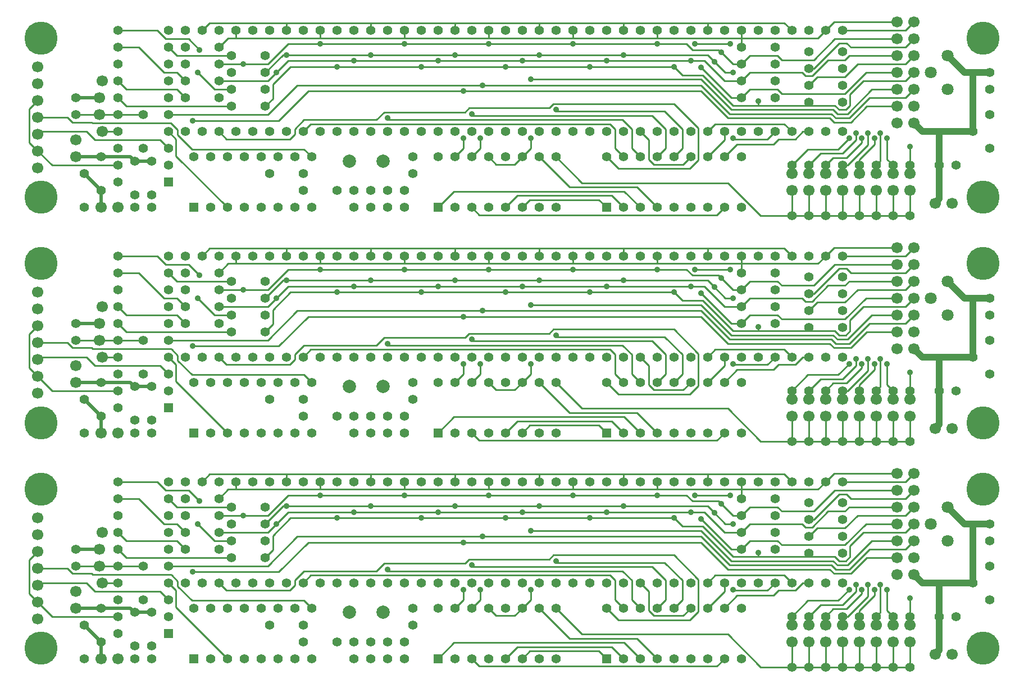
<source format=gbl>
G04 (created by PCBNEW (2013-07-07 BZR 4022)-stable) date 21/01/2014 23:36:14*
%MOIN*%
G04 Gerber Fmt 3.4, Leading zero omitted, Abs format*
%FSLAX34Y34*%
G01*
G70*
G90*
G04 APERTURE LIST*
%ADD10C,0.00590551*%
%ADD11C,0.19685*%
%ADD12C,0.0787*%
%ADD13C,0.0551181*%
%ADD14C,0.0669*%
%ADD15R,0.055X0.055*%
%ADD16C,0.055*%
%ADD17C,0.0708661*%
%ADD18C,0.035*%
%ADD19C,0.019685*%
%ADD20C,0.0393701*%
%ADD21C,0.01*%
G04 APERTURE END LIST*
G54D10*
G54D11*
X40944Y-67716D03*
X40944Y-77165D03*
X96850Y-67716D03*
X96850Y-77165D03*
G54D12*
X59250Y-75021D03*
X61250Y-75021D03*
G54D13*
X54500Y-73271D03*
X55500Y-73271D03*
X56500Y-73271D03*
X57500Y-73271D03*
X58500Y-73271D03*
X58500Y-67271D03*
X57500Y-67271D03*
X56500Y-67271D03*
X55500Y-67271D03*
X54500Y-67271D03*
X49500Y-73271D03*
X50500Y-73271D03*
X51500Y-73271D03*
X52500Y-73271D03*
X53500Y-73271D03*
X53500Y-67271D03*
X52500Y-67271D03*
X51500Y-67271D03*
X50500Y-67271D03*
X49500Y-67271D03*
X59500Y-73271D03*
X60500Y-73271D03*
X61500Y-73271D03*
X62500Y-73271D03*
X63500Y-73271D03*
X63500Y-67271D03*
X62500Y-67271D03*
X61500Y-67271D03*
X60500Y-67271D03*
X59500Y-67271D03*
X84500Y-73271D03*
X85500Y-73271D03*
X86500Y-73271D03*
X87500Y-73271D03*
X88500Y-73271D03*
X88500Y-67271D03*
X87500Y-67271D03*
X86500Y-67271D03*
X85500Y-67271D03*
X84500Y-67271D03*
X79500Y-73271D03*
X80500Y-73271D03*
X81500Y-73271D03*
X82500Y-73271D03*
X83500Y-73271D03*
X83500Y-67271D03*
X82500Y-67271D03*
X81500Y-67271D03*
X80500Y-67271D03*
X79500Y-67271D03*
X74500Y-73271D03*
X75500Y-73271D03*
X76500Y-73271D03*
X77500Y-73271D03*
X78500Y-73271D03*
X78500Y-67271D03*
X77500Y-67271D03*
X76500Y-67271D03*
X75500Y-67271D03*
X74500Y-67271D03*
X69500Y-73271D03*
X70500Y-73271D03*
X71500Y-73271D03*
X72500Y-73271D03*
X73500Y-73271D03*
X73500Y-67271D03*
X72500Y-67271D03*
X71500Y-67271D03*
X70500Y-67271D03*
X69500Y-67271D03*
X64500Y-73271D03*
X65500Y-73271D03*
X66500Y-73271D03*
X67500Y-73271D03*
X68500Y-73271D03*
X68500Y-67271D03*
X67500Y-67271D03*
X66500Y-67271D03*
X65500Y-67271D03*
X64500Y-67271D03*
X92500Y-75271D03*
X91500Y-75271D03*
X90500Y-75271D03*
X89500Y-75271D03*
X88500Y-75271D03*
X87500Y-75271D03*
X86500Y-75271D03*
X85500Y-75271D03*
X85500Y-78271D03*
X86500Y-78271D03*
X87500Y-78271D03*
X88500Y-78271D03*
X89500Y-78271D03*
X90500Y-78271D03*
X91500Y-78271D03*
X92500Y-78271D03*
G54D14*
X91750Y-66771D03*
X92750Y-66771D03*
X91750Y-67771D03*
X92750Y-67771D03*
X91750Y-68771D03*
X92750Y-68771D03*
X91750Y-69771D03*
X92750Y-69771D03*
X91750Y-70771D03*
X92750Y-70771D03*
X91750Y-71771D03*
X92750Y-71771D03*
X91750Y-72771D03*
X92750Y-72771D03*
X40750Y-73421D03*
X40750Y-74421D03*
X40750Y-75421D03*
X44578Y-73271D03*
X44421Y-72271D03*
X44421Y-71271D03*
X44578Y-70271D03*
X92500Y-75771D03*
X92500Y-76771D03*
X95000Y-77521D03*
X94000Y-77521D03*
X44500Y-77771D03*
X45500Y-77771D03*
X91500Y-75771D03*
X91500Y-76771D03*
X90500Y-75771D03*
X90500Y-76771D03*
X40750Y-72421D03*
X40750Y-71421D03*
X85500Y-75771D03*
X85500Y-76771D03*
X86500Y-75771D03*
X86500Y-76771D03*
X87500Y-75771D03*
X87500Y-76771D03*
X89500Y-75771D03*
X89500Y-76771D03*
X88500Y-75771D03*
X88500Y-76771D03*
G54D13*
X52250Y-68771D03*
X54250Y-68771D03*
X49500Y-69271D03*
X51500Y-69271D03*
X47000Y-74271D03*
X47000Y-72271D03*
X49500Y-68271D03*
X51500Y-68271D03*
X52250Y-71771D03*
X54250Y-71771D03*
X52250Y-69771D03*
X54250Y-69771D03*
X49500Y-70271D03*
X51500Y-70271D03*
X52250Y-70771D03*
X54250Y-70771D03*
X49500Y-71271D03*
X51500Y-71271D03*
X56500Y-76771D03*
X58500Y-76771D03*
X54500Y-75771D03*
X56500Y-75771D03*
X43500Y-75771D03*
X43500Y-77771D03*
X44500Y-76771D03*
X44500Y-74771D03*
X88500Y-68521D03*
X86500Y-68521D03*
X46500Y-77021D03*
X46500Y-75021D03*
X47500Y-75021D03*
X47500Y-77021D03*
X84500Y-68271D03*
X82500Y-68271D03*
X88500Y-71521D03*
X86500Y-71521D03*
X84500Y-71271D03*
X82500Y-71271D03*
X88500Y-70521D03*
X86500Y-70521D03*
X84500Y-70271D03*
X82500Y-70271D03*
X88500Y-69521D03*
X86500Y-69521D03*
X84500Y-69271D03*
X82500Y-69271D03*
G54D15*
X48500Y-76271D03*
G54D16*
X48500Y-75271D03*
X48500Y-74271D03*
X48500Y-73271D03*
X48500Y-72271D03*
X48500Y-71271D03*
X48500Y-70271D03*
X48500Y-69271D03*
X48500Y-68271D03*
X48500Y-67271D03*
X45500Y-67271D03*
X45500Y-68271D03*
X45500Y-69271D03*
X45500Y-70271D03*
X45500Y-71271D03*
X45500Y-72271D03*
X45500Y-73271D03*
X45500Y-74271D03*
X45500Y-75271D03*
X45500Y-76271D03*
G54D15*
X74500Y-77771D03*
G54D16*
X75500Y-77771D03*
X76500Y-77771D03*
X77500Y-77771D03*
X78500Y-77771D03*
X79500Y-77771D03*
X80500Y-77771D03*
X81500Y-77771D03*
X82500Y-77771D03*
X82500Y-74771D03*
X81500Y-74771D03*
X80500Y-74771D03*
X79500Y-74771D03*
X78500Y-74771D03*
X77500Y-74771D03*
X76500Y-74771D03*
X75500Y-74771D03*
X74500Y-74771D03*
G54D15*
X50000Y-77771D03*
G54D16*
X51000Y-77771D03*
X52000Y-77771D03*
X53000Y-77771D03*
X54000Y-77771D03*
X55000Y-77771D03*
X56000Y-77771D03*
X57000Y-77771D03*
X57000Y-74771D03*
X56000Y-74771D03*
X55000Y-74771D03*
X54000Y-74771D03*
X53000Y-74771D03*
X52000Y-74771D03*
X51000Y-74771D03*
X50000Y-74771D03*
G54D15*
X64500Y-77771D03*
G54D16*
X65500Y-77771D03*
X66500Y-77771D03*
X67500Y-77771D03*
X68500Y-77771D03*
X69500Y-77771D03*
X70500Y-77771D03*
X71500Y-77771D03*
X71500Y-74771D03*
X70500Y-74771D03*
X69500Y-74771D03*
X68500Y-74771D03*
X67500Y-74771D03*
X66500Y-74771D03*
X65500Y-74771D03*
X64500Y-74771D03*
G54D13*
X47500Y-77771D03*
X46500Y-77771D03*
X63000Y-74771D03*
X63000Y-75771D03*
X62500Y-76771D03*
X62500Y-77771D03*
X60500Y-76771D03*
X60500Y-77771D03*
X61500Y-76771D03*
X61500Y-77771D03*
X59500Y-76771D03*
X59500Y-77771D03*
X43000Y-72271D03*
X43000Y-71271D03*
X97250Y-74271D03*
X96250Y-73271D03*
X97250Y-72271D03*
G54D17*
X94750Y-68771D03*
X93750Y-69771D03*
X94750Y-70771D03*
G54D13*
X97250Y-70771D03*
X97250Y-69771D03*
X95250Y-75271D03*
X94250Y-75271D03*
G54D14*
X43000Y-74771D03*
X43000Y-73771D03*
X40750Y-69421D03*
X40750Y-70421D03*
X40750Y-56035D03*
X40750Y-57035D03*
X43000Y-61385D03*
X43000Y-60385D03*
G54D13*
X95250Y-61885D03*
X94250Y-61885D03*
X97250Y-57385D03*
X97250Y-56385D03*
G54D17*
X94750Y-55385D03*
X93750Y-56385D03*
X94750Y-57385D03*
G54D13*
X97250Y-60885D03*
X96250Y-59885D03*
X97250Y-58885D03*
X43000Y-58885D03*
X43000Y-57885D03*
X59500Y-63385D03*
X59500Y-64385D03*
X61500Y-63385D03*
X61500Y-64385D03*
X60500Y-63385D03*
X60500Y-64385D03*
X62500Y-63385D03*
X62500Y-64385D03*
X63000Y-61385D03*
X63000Y-62385D03*
X47500Y-64385D03*
X46500Y-64385D03*
G54D15*
X64500Y-64385D03*
G54D16*
X65500Y-64385D03*
X66500Y-64385D03*
X67500Y-64385D03*
X68500Y-64385D03*
X69500Y-64385D03*
X70500Y-64385D03*
X71500Y-64385D03*
X71500Y-61385D03*
X70500Y-61385D03*
X69500Y-61385D03*
X68500Y-61385D03*
X67500Y-61385D03*
X66500Y-61385D03*
X65500Y-61385D03*
X64500Y-61385D03*
G54D15*
X50000Y-64385D03*
G54D16*
X51000Y-64385D03*
X52000Y-64385D03*
X53000Y-64385D03*
X54000Y-64385D03*
X55000Y-64385D03*
X56000Y-64385D03*
X57000Y-64385D03*
X57000Y-61385D03*
X56000Y-61385D03*
X55000Y-61385D03*
X54000Y-61385D03*
X53000Y-61385D03*
X52000Y-61385D03*
X51000Y-61385D03*
X50000Y-61385D03*
G54D15*
X74500Y-64385D03*
G54D16*
X75500Y-64385D03*
X76500Y-64385D03*
X77500Y-64385D03*
X78500Y-64385D03*
X79500Y-64385D03*
X80500Y-64385D03*
X81500Y-64385D03*
X82500Y-64385D03*
X82500Y-61385D03*
X81500Y-61385D03*
X80500Y-61385D03*
X79500Y-61385D03*
X78500Y-61385D03*
X77500Y-61385D03*
X76500Y-61385D03*
X75500Y-61385D03*
X74500Y-61385D03*
G54D15*
X48500Y-62885D03*
G54D16*
X48500Y-61885D03*
X48500Y-60885D03*
X48500Y-59885D03*
X48500Y-58885D03*
X48500Y-57885D03*
X48500Y-56885D03*
X48500Y-55885D03*
X48500Y-54885D03*
X48500Y-53885D03*
X45500Y-53885D03*
X45500Y-54885D03*
X45500Y-55885D03*
X45500Y-56885D03*
X45500Y-57885D03*
X45500Y-58885D03*
X45500Y-59885D03*
X45500Y-60885D03*
X45500Y-61885D03*
X45500Y-62885D03*
G54D13*
X84500Y-55885D03*
X82500Y-55885D03*
X88500Y-56135D03*
X86500Y-56135D03*
X84500Y-56885D03*
X82500Y-56885D03*
X88500Y-57135D03*
X86500Y-57135D03*
X84500Y-57885D03*
X82500Y-57885D03*
X88500Y-58135D03*
X86500Y-58135D03*
X84500Y-54885D03*
X82500Y-54885D03*
X47500Y-61635D03*
X47500Y-63635D03*
X46500Y-63635D03*
X46500Y-61635D03*
X88500Y-55135D03*
X86500Y-55135D03*
X44500Y-63385D03*
X44500Y-61385D03*
X43500Y-62385D03*
X43500Y-64385D03*
X54500Y-62385D03*
X56500Y-62385D03*
X56500Y-63385D03*
X58500Y-63385D03*
X49500Y-57885D03*
X51500Y-57885D03*
X52250Y-57385D03*
X54250Y-57385D03*
X49500Y-56885D03*
X51500Y-56885D03*
X52250Y-56385D03*
X54250Y-56385D03*
X52250Y-58385D03*
X54250Y-58385D03*
X49500Y-54885D03*
X51500Y-54885D03*
X47000Y-60885D03*
X47000Y-58885D03*
X49500Y-55885D03*
X51500Y-55885D03*
X52250Y-55385D03*
X54250Y-55385D03*
G54D14*
X88500Y-62385D03*
X88500Y-63385D03*
X89500Y-62385D03*
X89500Y-63385D03*
X87500Y-62385D03*
X87500Y-63385D03*
X86500Y-62385D03*
X86500Y-63385D03*
X85500Y-62385D03*
X85500Y-63385D03*
X40750Y-59035D03*
X40750Y-58035D03*
X90500Y-62385D03*
X90500Y-63385D03*
X91500Y-62385D03*
X91500Y-63385D03*
X44500Y-64385D03*
X45500Y-64385D03*
X95000Y-64135D03*
X94000Y-64135D03*
X92500Y-62385D03*
X92500Y-63385D03*
X44578Y-59885D03*
X44421Y-58885D03*
X44421Y-57885D03*
X44578Y-56885D03*
X40750Y-60035D03*
X40750Y-61035D03*
X40750Y-62035D03*
X91750Y-53385D03*
X92750Y-53385D03*
X91750Y-54385D03*
X92750Y-54385D03*
X91750Y-55385D03*
X92750Y-55385D03*
X91750Y-56385D03*
X92750Y-56385D03*
X91750Y-57385D03*
X92750Y-57385D03*
X91750Y-58385D03*
X92750Y-58385D03*
X91750Y-59385D03*
X92750Y-59385D03*
G54D13*
X92500Y-61885D03*
X91500Y-61885D03*
X90500Y-61885D03*
X89500Y-61885D03*
X88500Y-61885D03*
X87500Y-61885D03*
X86500Y-61885D03*
X85500Y-61885D03*
X85500Y-64885D03*
X86500Y-64885D03*
X87500Y-64885D03*
X88500Y-64885D03*
X89500Y-64885D03*
X90500Y-64885D03*
X91500Y-64885D03*
X92500Y-64885D03*
X64500Y-59885D03*
X65500Y-59885D03*
X66500Y-59885D03*
X67500Y-59885D03*
X68500Y-59885D03*
X68500Y-53885D03*
X67500Y-53885D03*
X66500Y-53885D03*
X65500Y-53885D03*
X64500Y-53885D03*
X69500Y-59885D03*
X70500Y-59885D03*
X71500Y-59885D03*
X72500Y-59885D03*
X73500Y-59885D03*
X73500Y-53885D03*
X72500Y-53885D03*
X71500Y-53885D03*
X70500Y-53885D03*
X69500Y-53885D03*
X74500Y-59885D03*
X75500Y-59885D03*
X76500Y-59885D03*
X77500Y-59885D03*
X78500Y-59885D03*
X78500Y-53885D03*
X77500Y-53885D03*
X76500Y-53885D03*
X75500Y-53885D03*
X74500Y-53885D03*
X79500Y-59885D03*
X80500Y-59885D03*
X81500Y-59885D03*
X82500Y-59885D03*
X83500Y-59885D03*
X83500Y-53885D03*
X82500Y-53885D03*
X81500Y-53885D03*
X80500Y-53885D03*
X79500Y-53885D03*
X84500Y-59885D03*
X85500Y-59885D03*
X86500Y-59885D03*
X87500Y-59885D03*
X88500Y-59885D03*
X88500Y-53885D03*
X87500Y-53885D03*
X86500Y-53885D03*
X85500Y-53885D03*
X84500Y-53885D03*
X59500Y-59885D03*
X60500Y-59885D03*
X61500Y-59885D03*
X62500Y-59885D03*
X63500Y-59885D03*
X63500Y-53885D03*
X62500Y-53885D03*
X61500Y-53885D03*
X60500Y-53885D03*
X59500Y-53885D03*
X49500Y-59885D03*
X50500Y-59885D03*
X51500Y-59885D03*
X52500Y-59885D03*
X53500Y-59885D03*
X53500Y-53885D03*
X52500Y-53885D03*
X51500Y-53885D03*
X50500Y-53885D03*
X49500Y-53885D03*
X54500Y-59885D03*
X55500Y-59885D03*
X56500Y-59885D03*
X57500Y-59885D03*
X58500Y-59885D03*
X58500Y-53885D03*
X57500Y-53885D03*
X56500Y-53885D03*
X55500Y-53885D03*
X54500Y-53885D03*
G54D12*
X59250Y-61635D03*
X61250Y-61635D03*
G54D11*
X96850Y-63779D03*
X96850Y-54330D03*
X40944Y-63779D03*
X40944Y-54330D03*
X40944Y-40944D03*
X40944Y-50393D03*
X96850Y-40944D03*
X96850Y-50393D03*
G54D12*
X59250Y-48250D03*
X61250Y-48250D03*
G54D13*
X54500Y-46500D03*
X55500Y-46500D03*
X56500Y-46500D03*
X57500Y-46500D03*
X58500Y-46500D03*
X58500Y-40500D03*
X57500Y-40500D03*
X56500Y-40500D03*
X55500Y-40500D03*
X54500Y-40500D03*
X49500Y-46500D03*
X50500Y-46500D03*
X51500Y-46500D03*
X52500Y-46500D03*
X53500Y-46500D03*
X53500Y-40500D03*
X52500Y-40500D03*
X51500Y-40500D03*
X50500Y-40500D03*
X49500Y-40500D03*
X59500Y-46500D03*
X60500Y-46500D03*
X61500Y-46500D03*
X62500Y-46500D03*
X63500Y-46500D03*
X63500Y-40500D03*
X62500Y-40500D03*
X61500Y-40500D03*
X60500Y-40500D03*
X59500Y-40500D03*
X84500Y-46500D03*
X85500Y-46500D03*
X86500Y-46500D03*
X87500Y-46500D03*
X88500Y-46500D03*
X88500Y-40500D03*
X87500Y-40500D03*
X86500Y-40500D03*
X85500Y-40500D03*
X84500Y-40500D03*
X79500Y-46500D03*
X80500Y-46500D03*
X81500Y-46500D03*
X82500Y-46500D03*
X83500Y-46500D03*
X83500Y-40500D03*
X82500Y-40500D03*
X81500Y-40500D03*
X80500Y-40500D03*
X79500Y-40500D03*
X74500Y-46500D03*
X75500Y-46500D03*
X76500Y-46500D03*
X77500Y-46500D03*
X78500Y-46500D03*
X78500Y-40500D03*
X77500Y-40500D03*
X76500Y-40500D03*
X75500Y-40500D03*
X74500Y-40500D03*
X69500Y-46500D03*
X70500Y-46500D03*
X71500Y-46500D03*
X72500Y-46500D03*
X73500Y-46500D03*
X73500Y-40500D03*
X72500Y-40500D03*
X71500Y-40500D03*
X70500Y-40500D03*
X69500Y-40500D03*
X64500Y-46500D03*
X65500Y-46500D03*
X66500Y-46500D03*
X67500Y-46500D03*
X68500Y-46500D03*
X68500Y-40500D03*
X67500Y-40500D03*
X66500Y-40500D03*
X65500Y-40500D03*
X64500Y-40500D03*
X92500Y-48500D03*
X91500Y-48500D03*
X90500Y-48500D03*
X89500Y-48500D03*
X88500Y-48500D03*
X87500Y-48500D03*
X86500Y-48500D03*
X85500Y-48500D03*
X85500Y-51500D03*
X86500Y-51500D03*
X87500Y-51500D03*
X88500Y-51500D03*
X89500Y-51500D03*
X90500Y-51500D03*
X91500Y-51500D03*
X92500Y-51500D03*
G54D14*
X91750Y-40000D03*
X92750Y-40000D03*
X91750Y-41000D03*
X92750Y-41000D03*
X91750Y-42000D03*
X92750Y-42000D03*
X91750Y-43000D03*
X92750Y-43000D03*
X91750Y-44000D03*
X92750Y-44000D03*
X91750Y-45000D03*
X92750Y-45000D03*
X91750Y-46000D03*
X92750Y-46000D03*
X40750Y-46650D03*
X40750Y-47650D03*
X40750Y-48650D03*
X44578Y-46500D03*
X44421Y-45500D03*
X44421Y-44500D03*
X44578Y-43500D03*
X92500Y-49000D03*
X92500Y-50000D03*
X95000Y-50750D03*
X94000Y-50750D03*
X44500Y-51000D03*
X45500Y-51000D03*
X91500Y-49000D03*
X91500Y-50000D03*
X90500Y-49000D03*
X90500Y-50000D03*
X40750Y-45650D03*
X40750Y-44650D03*
X85500Y-49000D03*
X85500Y-50000D03*
X86500Y-49000D03*
X86500Y-50000D03*
X87500Y-49000D03*
X87500Y-50000D03*
X89500Y-49000D03*
X89500Y-50000D03*
X88500Y-49000D03*
X88500Y-50000D03*
G54D13*
X52250Y-42000D03*
X54250Y-42000D03*
X49500Y-42500D03*
X51500Y-42500D03*
X47000Y-47500D03*
X47000Y-45500D03*
X49500Y-41500D03*
X51500Y-41500D03*
X52250Y-45000D03*
X54250Y-45000D03*
X52250Y-43000D03*
X54250Y-43000D03*
X49500Y-43500D03*
X51500Y-43500D03*
X52250Y-44000D03*
X54250Y-44000D03*
X49500Y-44500D03*
X51500Y-44500D03*
X56500Y-50000D03*
X58500Y-50000D03*
X54500Y-49000D03*
X56500Y-49000D03*
X43500Y-49000D03*
X43500Y-51000D03*
X44500Y-50000D03*
X44500Y-48000D03*
X88500Y-41750D03*
X86500Y-41750D03*
X46500Y-50250D03*
X46500Y-48250D03*
X47500Y-48250D03*
X47500Y-50250D03*
X84500Y-41500D03*
X82500Y-41500D03*
X88500Y-44750D03*
X86500Y-44750D03*
X84500Y-44500D03*
X82500Y-44500D03*
X88500Y-43750D03*
X86500Y-43750D03*
X84500Y-43500D03*
X82500Y-43500D03*
X88500Y-42750D03*
X86500Y-42750D03*
X84500Y-42500D03*
X82500Y-42500D03*
G54D15*
X48500Y-49500D03*
G54D16*
X48500Y-48500D03*
X48500Y-47500D03*
X48500Y-46500D03*
X48500Y-45500D03*
X48500Y-44500D03*
X48500Y-43500D03*
X48500Y-42500D03*
X48500Y-41500D03*
X48500Y-40500D03*
X45500Y-40500D03*
X45500Y-41500D03*
X45500Y-42500D03*
X45500Y-43500D03*
X45500Y-44500D03*
X45500Y-45500D03*
X45500Y-46500D03*
X45500Y-47500D03*
X45500Y-48500D03*
X45500Y-49500D03*
G54D15*
X74500Y-51000D03*
G54D16*
X75500Y-51000D03*
X76500Y-51000D03*
X77500Y-51000D03*
X78500Y-51000D03*
X79500Y-51000D03*
X80500Y-51000D03*
X81500Y-51000D03*
X82500Y-51000D03*
X82500Y-48000D03*
X81500Y-48000D03*
X80500Y-48000D03*
X79500Y-48000D03*
X78500Y-48000D03*
X77500Y-48000D03*
X76500Y-48000D03*
X75500Y-48000D03*
X74500Y-48000D03*
G54D15*
X50000Y-51000D03*
G54D16*
X51000Y-51000D03*
X52000Y-51000D03*
X53000Y-51000D03*
X54000Y-51000D03*
X55000Y-51000D03*
X56000Y-51000D03*
X57000Y-51000D03*
X57000Y-48000D03*
X56000Y-48000D03*
X55000Y-48000D03*
X54000Y-48000D03*
X53000Y-48000D03*
X52000Y-48000D03*
X51000Y-48000D03*
X50000Y-48000D03*
G54D15*
X64500Y-51000D03*
G54D16*
X65500Y-51000D03*
X66500Y-51000D03*
X67500Y-51000D03*
X68500Y-51000D03*
X69500Y-51000D03*
X70500Y-51000D03*
X71500Y-51000D03*
X71500Y-48000D03*
X70500Y-48000D03*
X69500Y-48000D03*
X68500Y-48000D03*
X67500Y-48000D03*
X66500Y-48000D03*
X65500Y-48000D03*
X64500Y-48000D03*
G54D13*
X47500Y-51000D03*
X46500Y-51000D03*
X63000Y-48000D03*
X63000Y-49000D03*
X62500Y-50000D03*
X62500Y-51000D03*
X60500Y-50000D03*
X60500Y-51000D03*
X61500Y-50000D03*
X61500Y-51000D03*
X59500Y-50000D03*
X59500Y-51000D03*
X43000Y-45500D03*
X43000Y-44500D03*
X97250Y-47500D03*
X96250Y-46500D03*
X97250Y-45500D03*
G54D17*
X94750Y-42000D03*
X93750Y-43000D03*
X94750Y-44000D03*
G54D13*
X97250Y-44000D03*
X97250Y-43000D03*
X95250Y-48500D03*
X94250Y-48500D03*
G54D14*
X43000Y-48000D03*
X43000Y-47000D03*
X40750Y-42650D03*
X40750Y-43650D03*
G54D18*
X66500Y-72221D03*
X66500Y-58835D03*
X66500Y-45450D03*
X49950Y-72621D03*
X66000Y-73671D03*
X66000Y-70871D03*
X66000Y-57485D03*
X66000Y-60285D03*
X49950Y-59235D03*
X49950Y-45850D03*
X66000Y-46900D03*
X66000Y-44100D03*
X67000Y-73671D03*
X67150Y-70521D03*
X67150Y-57135D03*
X67000Y-60285D03*
X67000Y-46900D03*
X67150Y-43750D03*
X90400Y-73671D03*
X90400Y-60285D03*
X90400Y-46900D03*
X90000Y-73371D03*
X90000Y-59985D03*
X90000Y-46600D03*
X92500Y-74171D03*
X92500Y-60785D03*
X92500Y-47400D03*
X91150Y-73671D03*
X91150Y-60285D03*
X91150Y-46900D03*
X90750Y-73371D03*
X90750Y-59985D03*
X90750Y-46600D03*
X70000Y-73671D03*
X70000Y-70171D03*
X70000Y-56785D03*
X70000Y-60285D03*
X70000Y-46900D03*
X70000Y-43400D03*
X61500Y-72471D03*
X61500Y-59085D03*
X61500Y-45700D03*
X88900Y-73671D03*
X88900Y-60285D03*
X88900Y-46900D03*
X89300Y-73371D03*
X89300Y-59985D03*
X89300Y-46600D03*
X89650Y-73671D03*
X89650Y-60285D03*
X89650Y-46900D03*
X58500Y-69421D03*
X63500Y-69421D03*
X68500Y-69421D03*
X73500Y-69421D03*
X78500Y-69421D03*
X83500Y-71471D03*
X83500Y-58085D03*
X78500Y-56035D03*
X73500Y-56035D03*
X68500Y-56035D03*
X63500Y-56035D03*
X58500Y-56035D03*
X58500Y-42650D03*
X63500Y-42650D03*
X68500Y-42650D03*
X73500Y-42650D03*
X78500Y-42650D03*
X83500Y-44700D03*
X71500Y-71971D03*
X71500Y-58585D03*
X71500Y-45200D03*
X50350Y-68421D03*
X50350Y-55035D03*
X50350Y-41650D03*
X50250Y-69771D03*
X50250Y-56385D03*
X50250Y-43000D03*
X54900Y-69771D03*
X59500Y-69071D03*
X82000Y-73671D03*
X79500Y-69071D03*
X74500Y-69071D03*
X69500Y-69071D03*
X64500Y-69071D03*
X64500Y-55685D03*
X69500Y-55685D03*
X74500Y-55685D03*
X79500Y-55685D03*
X82000Y-60285D03*
X59500Y-55685D03*
X54900Y-56385D03*
X54900Y-43000D03*
X59500Y-42300D03*
X82000Y-46900D03*
X79500Y-42300D03*
X74500Y-42300D03*
X69500Y-42300D03*
X64500Y-42300D03*
X80100Y-69471D03*
X80100Y-56085D03*
X80100Y-42700D03*
X81850Y-68071D03*
X79750Y-68071D03*
X79750Y-54685D03*
X81850Y-54685D03*
X81850Y-41300D03*
X79750Y-41300D03*
X80900Y-69121D03*
X75500Y-68721D03*
X70500Y-68721D03*
X65500Y-68721D03*
X60500Y-68721D03*
X55500Y-68721D03*
X82000Y-69771D03*
X82000Y-56385D03*
X55500Y-55335D03*
X60500Y-55335D03*
X65500Y-55335D03*
X70500Y-55335D03*
X75500Y-55335D03*
X80900Y-55735D03*
X80900Y-42350D03*
X75500Y-41950D03*
X70500Y-41950D03*
X65500Y-41950D03*
X60500Y-41950D03*
X55500Y-41950D03*
X82000Y-43000D03*
X81300Y-68571D03*
X77500Y-68071D03*
X72500Y-68071D03*
X67500Y-68071D03*
X62500Y-68071D03*
X57500Y-68071D03*
X52950Y-69271D03*
X52950Y-55885D03*
X57500Y-54685D03*
X62500Y-54685D03*
X67500Y-54685D03*
X72500Y-54685D03*
X77500Y-54685D03*
X81300Y-55185D03*
X81300Y-41800D03*
X77500Y-41300D03*
X72500Y-41300D03*
X67500Y-41300D03*
X62500Y-41300D03*
X57500Y-41300D03*
X52950Y-42500D03*
G54D19*
X43000Y-71271D02*
X44421Y-71271D01*
G54D20*
X96250Y-73271D02*
X96250Y-69771D01*
X97250Y-69771D02*
X96250Y-69771D01*
X96250Y-69771D02*
X95750Y-69771D01*
X95750Y-69771D02*
X94750Y-68771D01*
X94250Y-75271D02*
X94250Y-77271D01*
X94250Y-77271D02*
X94000Y-77521D01*
X94250Y-75271D02*
X94250Y-73271D01*
X96250Y-73271D02*
X94250Y-73271D01*
X94250Y-73271D02*
X93250Y-73271D01*
X93250Y-73271D02*
X92750Y-72771D01*
X93250Y-59885D02*
X92750Y-59385D01*
X94250Y-59885D02*
X93250Y-59885D01*
X96250Y-59885D02*
X94250Y-59885D01*
X94250Y-61885D02*
X94250Y-59885D01*
X94250Y-63885D02*
X94000Y-64135D01*
X94250Y-61885D02*
X94250Y-63885D01*
X95750Y-56385D02*
X94750Y-55385D01*
X96250Y-56385D02*
X95750Y-56385D01*
X97250Y-56385D02*
X96250Y-56385D01*
X96250Y-59885D02*
X96250Y-56385D01*
G54D19*
X43000Y-57885D02*
X44421Y-57885D01*
X43000Y-44500D02*
X44421Y-44500D01*
G54D20*
X96250Y-46500D02*
X96250Y-43000D01*
X97250Y-43000D02*
X96250Y-43000D01*
X96250Y-43000D02*
X95750Y-43000D01*
X95750Y-43000D02*
X94750Y-42000D01*
X94250Y-48500D02*
X94250Y-50500D01*
X94250Y-50500D02*
X94000Y-50750D01*
X94250Y-48500D02*
X94250Y-46500D01*
X96250Y-46500D02*
X94250Y-46500D01*
X94250Y-46500D02*
X93250Y-46500D01*
X93250Y-46500D02*
X92750Y-46000D01*
G54D21*
X77500Y-74771D02*
X78000Y-74271D01*
X77200Y-72321D02*
X74200Y-72321D01*
X78000Y-73121D02*
X77200Y-72321D01*
X78000Y-74271D02*
X78000Y-73121D01*
X66600Y-72321D02*
X74200Y-72321D01*
X66500Y-72221D02*
X66600Y-72321D01*
X66500Y-58835D02*
X66600Y-58935D01*
X66600Y-58935D02*
X74200Y-58935D01*
X78000Y-60885D02*
X78000Y-59735D01*
X78000Y-59735D02*
X77200Y-58935D01*
X77200Y-58935D02*
X74200Y-58935D01*
X77500Y-61385D02*
X78000Y-60885D01*
X77500Y-48000D02*
X78000Y-47500D01*
X77200Y-45550D02*
X74200Y-45550D01*
X78000Y-46350D02*
X77200Y-45550D01*
X78000Y-47500D02*
X78000Y-46350D01*
X66600Y-45550D02*
X74200Y-45550D01*
X66500Y-45450D02*
X66600Y-45550D01*
X49500Y-70271D02*
X49000Y-69771D01*
X46750Y-68271D02*
X45500Y-68271D01*
X48250Y-69771D02*
X46750Y-68271D01*
X49000Y-69771D02*
X48250Y-69771D01*
X49000Y-56385D02*
X48250Y-56385D01*
X48250Y-56385D02*
X46750Y-54885D01*
X46750Y-54885D02*
X45500Y-54885D01*
X49500Y-56885D02*
X49000Y-56385D01*
X49500Y-43500D02*
X49000Y-43000D01*
X46750Y-41500D02*
X45500Y-41500D01*
X48250Y-43000D02*
X46750Y-41500D01*
X49000Y-43000D02*
X48250Y-43000D01*
X48500Y-74271D02*
X48000Y-73771D01*
X40900Y-73271D02*
X40750Y-73421D01*
X43650Y-73271D02*
X40900Y-73271D01*
X44150Y-73771D02*
X43650Y-73271D01*
X48000Y-73771D02*
X44150Y-73771D01*
X48000Y-60385D02*
X44150Y-60385D01*
X44150Y-60385D02*
X43650Y-59885D01*
X43650Y-59885D02*
X40900Y-59885D01*
X40900Y-59885D02*
X40750Y-60035D01*
X48500Y-60885D02*
X48000Y-60385D01*
X48500Y-47500D02*
X48000Y-47000D01*
X40900Y-46500D02*
X40750Y-46650D01*
X43650Y-46500D02*
X40900Y-46500D01*
X44150Y-47000D02*
X43650Y-46500D01*
X48000Y-47000D02*
X44150Y-47000D01*
X91750Y-71771D02*
X89950Y-71771D01*
X89950Y-71771D02*
X89000Y-72721D01*
X89000Y-72721D02*
X88000Y-72721D01*
X88000Y-72721D02*
X87750Y-72471D01*
X87750Y-72471D02*
X81700Y-72471D01*
X81700Y-72471D02*
X80100Y-70871D01*
X80100Y-70871D02*
X66000Y-70871D01*
X49950Y-72621D02*
X55050Y-72621D01*
X66000Y-70871D02*
X56800Y-70871D01*
X56800Y-70871D02*
X55050Y-72621D01*
X66000Y-74271D02*
X65500Y-74771D01*
X66000Y-73671D02*
X66000Y-74271D01*
X66000Y-60285D02*
X66000Y-60885D01*
X66000Y-60885D02*
X65500Y-61385D01*
X56800Y-57485D02*
X55050Y-59235D01*
X66000Y-57485D02*
X56800Y-57485D01*
X49950Y-59235D02*
X55050Y-59235D01*
X80100Y-57485D02*
X66000Y-57485D01*
X81700Y-59085D02*
X80100Y-57485D01*
X87750Y-59085D02*
X81700Y-59085D01*
X88000Y-59335D02*
X87750Y-59085D01*
X89000Y-59335D02*
X88000Y-59335D01*
X89950Y-58385D02*
X89000Y-59335D01*
X91750Y-58385D02*
X89950Y-58385D01*
X91750Y-45000D02*
X89950Y-45000D01*
X89950Y-45000D02*
X89000Y-45950D01*
X89000Y-45950D02*
X88000Y-45950D01*
X88000Y-45950D02*
X87750Y-45700D01*
X87750Y-45700D02*
X81700Y-45700D01*
X81700Y-45700D02*
X80100Y-44100D01*
X80100Y-44100D02*
X66000Y-44100D01*
X49950Y-45850D02*
X55050Y-45850D01*
X66000Y-44100D02*
X56800Y-44100D01*
X56800Y-44100D02*
X55050Y-45850D01*
X66000Y-47500D02*
X65500Y-48000D01*
X66000Y-46900D02*
X66000Y-47500D01*
X52250Y-71771D02*
X46000Y-71771D01*
X46000Y-71771D02*
X45500Y-71271D01*
X46000Y-58385D02*
X45500Y-57885D01*
X52250Y-58385D02*
X46000Y-58385D01*
X52250Y-45000D02*
X46000Y-45000D01*
X46000Y-45000D02*
X45500Y-44500D01*
X49500Y-71271D02*
X49000Y-70771D01*
X46000Y-70771D02*
X45500Y-70271D01*
X49000Y-70771D02*
X46000Y-70771D01*
X49000Y-57385D02*
X46000Y-57385D01*
X46000Y-57385D02*
X45500Y-56885D01*
X49500Y-57885D02*
X49000Y-57385D01*
X49500Y-44500D02*
X49000Y-44000D01*
X46000Y-44000D02*
X45500Y-43500D01*
X49000Y-44000D02*
X46000Y-44000D01*
X79950Y-74971D02*
X79950Y-73071D01*
X78500Y-71621D02*
X77500Y-71621D01*
X79950Y-73071D02*
X78500Y-71621D01*
X60850Y-72571D02*
X56550Y-72571D01*
X75200Y-75471D02*
X79450Y-75471D01*
X79450Y-75471D02*
X79950Y-74971D01*
X77500Y-71621D02*
X71650Y-71621D01*
X71650Y-71621D02*
X71650Y-71621D01*
X71650Y-71621D02*
X71350Y-71621D01*
X71350Y-71621D02*
X71100Y-71871D01*
X71100Y-71871D02*
X66650Y-71871D01*
X66650Y-71871D02*
X66650Y-71871D01*
X66650Y-71871D02*
X66350Y-71871D01*
X66350Y-71871D02*
X66100Y-72121D01*
X66100Y-72121D02*
X61650Y-72121D01*
X61650Y-72121D02*
X61650Y-72121D01*
X61650Y-72121D02*
X61300Y-72121D01*
X61300Y-72121D02*
X60850Y-72571D01*
X74500Y-74771D02*
X75200Y-75471D01*
X51950Y-73721D02*
X51500Y-73271D01*
X55700Y-73721D02*
X51950Y-73721D01*
X56000Y-73421D02*
X55700Y-73721D01*
X56000Y-73121D02*
X56000Y-73421D01*
X56550Y-72571D02*
X56000Y-73121D01*
X56550Y-59185D02*
X56000Y-59735D01*
X56000Y-59735D02*
X56000Y-60035D01*
X56000Y-60035D02*
X55700Y-60335D01*
X55700Y-60335D02*
X51950Y-60335D01*
X51950Y-60335D02*
X51500Y-59885D01*
X74500Y-61385D02*
X75200Y-62085D01*
X61300Y-58735D02*
X60850Y-59185D01*
X61650Y-58735D02*
X61300Y-58735D01*
X61650Y-58735D02*
X61650Y-58735D01*
X66100Y-58735D02*
X61650Y-58735D01*
X66350Y-58485D02*
X66100Y-58735D01*
X66650Y-58485D02*
X66350Y-58485D01*
X66650Y-58485D02*
X66650Y-58485D01*
X71100Y-58485D02*
X66650Y-58485D01*
X71350Y-58235D02*
X71100Y-58485D01*
X71650Y-58235D02*
X71350Y-58235D01*
X71650Y-58235D02*
X71650Y-58235D01*
X77500Y-58235D02*
X71650Y-58235D01*
X79450Y-62085D02*
X79950Y-61585D01*
X75200Y-62085D02*
X79450Y-62085D01*
X60850Y-59185D02*
X56550Y-59185D01*
X79950Y-59685D02*
X78500Y-58235D01*
X78500Y-58235D02*
X77500Y-58235D01*
X79950Y-61585D02*
X79950Y-59685D01*
X79950Y-48200D02*
X79950Y-46300D01*
X78500Y-44850D02*
X77500Y-44850D01*
X79950Y-46300D02*
X78500Y-44850D01*
X60850Y-45800D02*
X56550Y-45800D01*
X75200Y-48700D02*
X79450Y-48700D01*
X79450Y-48700D02*
X79950Y-48200D01*
X77500Y-44850D02*
X71650Y-44850D01*
X71650Y-44850D02*
X71650Y-44850D01*
X71650Y-44850D02*
X71350Y-44850D01*
X71350Y-44850D02*
X71100Y-45100D01*
X71100Y-45100D02*
X66650Y-45100D01*
X66650Y-45100D02*
X66650Y-45100D01*
X66650Y-45100D02*
X66350Y-45100D01*
X66350Y-45100D02*
X66100Y-45350D01*
X66100Y-45350D02*
X61650Y-45350D01*
X61650Y-45350D02*
X61650Y-45350D01*
X61650Y-45350D02*
X61300Y-45350D01*
X61300Y-45350D02*
X60850Y-45800D01*
X74500Y-48000D02*
X75200Y-48700D01*
X51950Y-46950D02*
X51500Y-46500D01*
X55700Y-46950D02*
X51950Y-46950D01*
X56000Y-46650D02*
X55700Y-46950D01*
X56000Y-46350D02*
X56000Y-46650D01*
X56550Y-45800D02*
X56000Y-46350D01*
X90100Y-71271D02*
X92250Y-71271D01*
X92250Y-71271D02*
X92750Y-70771D01*
X90100Y-71271D02*
X88900Y-72471D01*
X88900Y-72471D02*
X88100Y-72471D01*
X88100Y-72471D02*
X87850Y-72221D01*
X87850Y-72221D02*
X81800Y-72221D01*
X81800Y-72221D02*
X80100Y-70521D01*
X67150Y-70521D02*
X80100Y-70521D01*
X67150Y-70521D02*
X56150Y-70521D01*
X54400Y-72271D02*
X48500Y-72271D01*
X56150Y-70521D02*
X54400Y-72271D01*
X67000Y-74271D02*
X66500Y-74771D01*
X67000Y-73671D02*
X67000Y-74271D01*
X67000Y-60285D02*
X67000Y-60885D01*
X67000Y-60885D02*
X66500Y-61385D01*
X56150Y-57135D02*
X54400Y-58885D01*
X54400Y-58885D02*
X48500Y-58885D01*
X67150Y-57135D02*
X56150Y-57135D01*
X67150Y-57135D02*
X80100Y-57135D01*
X81800Y-58835D02*
X80100Y-57135D01*
X87850Y-58835D02*
X81800Y-58835D01*
X88100Y-59085D02*
X87850Y-58835D01*
X88900Y-59085D02*
X88100Y-59085D01*
X90100Y-57885D02*
X88900Y-59085D01*
X92250Y-57885D02*
X92750Y-57385D01*
X90100Y-57885D02*
X92250Y-57885D01*
X90100Y-44500D02*
X92250Y-44500D01*
X92250Y-44500D02*
X92750Y-44000D01*
X90100Y-44500D02*
X88900Y-45700D01*
X88900Y-45700D02*
X88100Y-45700D01*
X88100Y-45700D02*
X87850Y-45450D01*
X87850Y-45450D02*
X81800Y-45450D01*
X81800Y-45450D02*
X80100Y-43750D01*
X67150Y-43750D02*
X80100Y-43750D01*
X67150Y-43750D02*
X56150Y-43750D01*
X54400Y-45500D02*
X48500Y-45500D01*
X56150Y-43750D02*
X54400Y-45500D01*
X67000Y-47500D02*
X66500Y-48000D01*
X67000Y-46900D02*
X67000Y-47500D01*
X48700Y-72821D02*
X48650Y-72771D01*
X48650Y-72771D02*
X45850Y-72771D01*
X42800Y-72721D02*
X43950Y-72721D01*
X42800Y-72721D02*
X42500Y-72421D01*
X40750Y-72421D02*
X42500Y-72421D01*
X44000Y-72771D02*
X45850Y-72771D01*
X43950Y-72721D02*
X44000Y-72771D01*
X57000Y-74771D02*
X56550Y-74321D01*
X49050Y-73171D02*
X48700Y-72821D01*
X49050Y-73471D02*
X49050Y-73171D01*
X49900Y-74321D02*
X49050Y-73471D01*
X56550Y-74321D02*
X49900Y-74321D01*
X56550Y-60935D02*
X49900Y-60935D01*
X49900Y-60935D02*
X49050Y-60085D01*
X49050Y-60085D02*
X49050Y-59785D01*
X49050Y-59785D02*
X48700Y-59435D01*
X57000Y-61385D02*
X56550Y-60935D01*
X43950Y-59335D02*
X44000Y-59385D01*
X44000Y-59385D02*
X45850Y-59385D01*
X40750Y-59035D02*
X42500Y-59035D01*
X42800Y-59335D02*
X42500Y-59035D01*
X42800Y-59335D02*
X43950Y-59335D01*
X48650Y-59385D02*
X45850Y-59385D01*
X48700Y-59435D02*
X48650Y-59385D01*
X48700Y-46050D02*
X48650Y-46000D01*
X48650Y-46000D02*
X45850Y-46000D01*
X42800Y-45950D02*
X43950Y-45950D01*
X42800Y-45950D02*
X42500Y-45650D01*
X40750Y-45650D02*
X42500Y-45650D01*
X44000Y-46000D02*
X45850Y-46000D01*
X43950Y-45950D02*
X44000Y-46000D01*
X57000Y-48000D02*
X56550Y-47550D01*
X49050Y-46400D02*
X48700Y-46050D01*
X49050Y-46700D02*
X49050Y-46400D01*
X49900Y-47550D02*
X49050Y-46700D01*
X56550Y-47550D02*
X49900Y-47550D01*
X40750Y-74421D02*
X40250Y-73921D01*
X40250Y-71921D02*
X40750Y-71421D01*
X40250Y-73921D02*
X40250Y-71921D01*
X45500Y-75271D02*
X41600Y-75271D01*
X41600Y-75271D02*
X40750Y-74421D01*
X41600Y-61885D02*
X40750Y-61035D01*
X45500Y-61885D02*
X41600Y-61885D01*
X40250Y-60535D02*
X40250Y-58535D01*
X40250Y-58535D02*
X40750Y-58035D01*
X40750Y-61035D02*
X40250Y-60535D01*
X40750Y-47650D02*
X40250Y-47150D01*
X40250Y-45150D02*
X40750Y-44650D01*
X40250Y-47150D02*
X40250Y-45150D01*
X45500Y-48500D02*
X41600Y-48500D01*
X41600Y-48500D02*
X40750Y-47650D01*
X77500Y-77771D02*
X76300Y-76571D01*
X72300Y-76571D02*
X70500Y-74771D01*
X76300Y-76571D02*
X72300Y-76571D01*
X76300Y-63185D02*
X72300Y-63185D01*
X72300Y-63185D02*
X70500Y-61385D01*
X77500Y-64385D02*
X76300Y-63185D01*
X77500Y-51000D02*
X76300Y-49800D01*
X72300Y-49800D02*
X70500Y-48000D01*
X76300Y-49800D02*
X72300Y-49800D01*
X76500Y-77771D02*
X75550Y-76821D01*
X65450Y-76821D02*
X64500Y-77771D01*
X75550Y-76821D02*
X65450Y-76821D01*
X75550Y-63435D02*
X65450Y-63435D01*
X65450Y-63435D02*
X64500Y-64385D01*
X76500Y-64385D02*
X75550Y-63435D01*
X76500Y-51000D02*
X75550Y-50050D01*
X65450Y-50050D02*
X64500Y-51000D01*
X75550Y-50050D02*
X65450Y-50050D01*
X75500Y-77771D02*
X74800Y-77071D01*
X69200Y-77071D02*
X68500Y-77771D01*
X74800Y-77071D02*
X69200Y-77071D01*
X74800Y-63685D02*
X69200Y-63685D01*
X69200Y-63685D02*
X68500Y-64385D01*
X75500Y-64385D02*
X74800Y-63685D01*
X75500Y-51000D02*
X74800Y-50300D01*
X69200Y-50300D02*
X68500Y-51000D01*
X74800Y-50300D02*
X69200Y-50300D01*
X74500Y-77771D02*
X74050Y-77321D01*
X69950Y-77321D02*
X69500Y-77771D01*
X74050Y-77321D02*
X69950Y-77321D01*
X74050Y-63935D02*
X69950Y-63935D01*
X69950Y-63935D02*
X69500Y-64385D01*
X74500Y-64385D02*
X74050Y-63935D01*
X74500Y-51000D02*
X74050Y-50550D01*
X69950Y-50550D02*
X69500Y-51000D01*
X74050Y-50550D02*
X69950Y-50550D01*
X45500Y-73271D02*
X44578Y-73271D01*
X45500Y-59885D02*
X44578Y-59885D01*
X45500Y-46500D02*
X44578Y-46500D01*
X89500Y-74921D02*
X89500Y-75271D01*
X90400Y-74021D02*
X89500Y-74921D01*
X90400Y-73671D02*
X90400Y-74021D01*
X89500Y-75271D02*
X89500Y-75071D01*
X89500Y-75271D02*
X89500Y-75771D01*
X89500Y-61885D02*
X89500Y-62385D01*
X89500Y-61885D02*
X89500Y-61685D01*
X90400Y-60285D02*
X90400Y-60635D01*
X90400Y-60635D02*
X89500Y-61535D01*
X89500Y-61535D02*
X89500Y-61885D01*
X89500Y-48150D02*
X89500Y-48500D01*
X90400Y-47250D02*
X89500Y-48150D01*
X90400Y-46900D02*
X90400Y-47250D01*
X89500Y-48500D02*
X89500Y-48300D01*
X89500Y-48500D02*
X89500Y-49000D01*
X75500Y-74771D02*
X75000Y-74271D01*
X74700Y-72821D02*
X72700Y-72821D01*
X75000Y-73121D02*
X74700Y-72821D01*
X75000Y-74271D02*
X75000Y-73121D01*
X72700Y-72821D02*
X56950Y-72821D01*
X56500Y-73271D02*
X56950Y-72821D01*
X56500Y-59885D02*
X56950Y-59435D01*
X72700Y-59435D02*
X56950Y-59435D01*
X75000Y-60885D02*
X75000Y-59735D01*
X75000Y-59735D02*
X74700Y-59435D01*
X74700Y-59435D02*
X72700Y-59435D01*
X75500Y-61385D02*
X75000Y-60885D01*
X75500Y-48000D02*
X75000Y-47500D01*
X74700Y-46050D02*
X72700Y-46050D01*
X75000Y-46350D02*
X74700Y-46050D01*
X75000Y-47500D02*
X75000Y-46350D01*
X72700Y-46050D02*
X56950Y-46050D01*
X56500Y-46500D02*
X56950Y-46050D01*
X88500Y-75271D02*
X88800Y-75271D01*
X90000Y-74071D02*
X88800Y-75271D01*
X90000Y-73371D02*
X90000Y-74071D01*
X88500Y-75271D02*
X88500Y-75771D01*
X88500Y-61885D02*
X88500Y-62385D01*
X90000Y-59985D02*
X90000Y-60685D01*
X90000Y-60685D02*
X88800Y-61885D01*
X88500Y-61885D02*
X88800Y-61885D01*
X88500Y-48500D02*
X88800Y-48500D01*
X90000Y-47300D02*
X88800Y-48500D01*
X90000Y-46600D02*
X90000Y-47300D01*
X88500Y-48500D02*
X88500Y-49000D01*
X92500Y-75271D02*
X92500Y-74171D01*
X92500Y-75271D02*
X92500Y-75771D01*
X92500Y-61885D02*
X92500Y-62385D01*
X92500Y-61885D02*
X92500Y-60785D01*
X92500Y-48500D02*
X92500Y-47400D01*
X92500Y-48500D02*
X92500Y-49000D01*
X91150Y-74921D02*
X91500Y-75271D01*
X91150Y-73671D02*
X91150Y-74921D01*
X91500Y-75271D02*
X91500Y-75771D01*
X91500Y-61885D02*
X91500Y-62385D01*
X91150Y-60285D02*
X91150Y-61535D01*
X91150Y-61535D02*
X91500Y-61885D01*
X91150Y-48150D02*
X91500Y-48500D01*
X91150Y-46900D02*
X91150Y-48150D01*
X91500Y-48500D02*
X91500Y-49000D01*
X90750Y-75021D02*
X90500Y-75271D01*
X90750Y-73371D02*
X90750Y-75021D01*
X90500Y-75271D02*
X90500Y-75771D01*
X90500Y-61885D02*
X90500Y-62385D01*
X90750Y-59985D02*
X90750Y-61635D01*
X90750Y-61635D02*
X90500Y-61885D01*
X90750Y-48250D02*
X90500Y-48500D01*
X90750Y-46600D02*
X90750Y-48250D01*
X90500Y-48500D02*
X90500Y-49000D01*
X91750Y-70771D02*
X90250Y-70771D01*
X70000Y-73671D02*
X70000Y-74271D01*
X70000Y-74271D02*
X69500Y-74771D01*
X80100Y-70171D02*
X70000Y-70171D01*
X81900Y-71971D02*
X80100Y-70171D01*
X87949Y-71971D02*
X81900Y-71971D01*
X88199Y-72221D02*
X87949Y-71971D01*
X88800Y-72221D02*
X88199Y-72221D01*
X90250Y-70771D02*
X88800Y-72221D01*
X69500Y-74771D02*
X69050Y-75221D01*
X67950Y-75221D02*
X67500Y-74771D01*
X69050Y-75221D02*
X67950Y-75221D01*
X69050Y-61835D02*
X67950Y-61835D01*
X67950Y-61835D02*
X67500Y-61385D01*
X69500Y-61385D02*
X69050Y-61835D01*
X90250Y-57385D02*
X88800Y-58835D01*
X88800Y-58835D02*
X88199Y-58835D01*
X88199Y-58835D02*
X87949Y-58585D01*
X87949Y-58585D02*
X81900Y-58585D01*
X81900Y-58585D02*
X80100Y-56785D01*
X80100Y-56785D02*
X70000Y-56785D01*
X70000Y-60885D02*
X69500Y-61385D01*
X70000Y-60285D02*
X70000Y-60885D01*
X91750Y-57385D02*
X90250Y-57385D01*
X91750Y-44000D02*
X90250Y-44000D01*
X70000Y-46900D02*
X70000Y-47500D01*
X70000Y-47500D02*
X69500Y-48000D01*
X80100Y-43400D02*
X70000Y-43400D01*
X81900Y-45200D02*
X80100Y-43400D01*
X87949Y-45200D02*
X81900Y-45200D01*
X88199Y-45450D02*
X87949Y-45200D01*
X88800Y-45450D02*
X88199Y-45450D01*
X90250Y-44000D02*
X88800Y-45450D01*
X69500Y-48000D02*
X69050Y-48450D01*
X67950Y-48450D02*
X67500Y-48000D01*
X69050Y-48450D02*
X67950Y-48450D01*
X76500Y-74771D02*
X76000Y-74271D01*
X75450Y-72571D02*
X73450Y-72571D01*
X76000Y-73121D02*
X75450Y-72571D01*
X76000Y-74271D02*
X76000Y-73121D01*
X61500Y-72471D02*
X61600Y-72571D01*
X61600Y-72571D02*
X73450Y-72571D01*
X61600Y-59185D02*
X73450Y-59185D01*
X61500Y-59085D02*
X61600Y-59185D01*
X76000Y-60885D02*
X76000Y-59735D01*
X76000Y-59735D02*
X75450Y-59185D01*
X75450Y-59185D02*
X73450Y-59185D01*
X76500Y-61385D02*
X76000Y-60885D01*
X76500Y-48000D02*
X76000Y-47500D01*
X75450Y-45800D02*
X73450Y-45800D01*
X76000Y-46350D02*
X75450Y-45800D01*
X76000Y-47500D02*
X76000Y-46350D01*
X61500Y-45700D02*
X61600Y-45800D01*
X61600Y-45800D02*
X73450Y-45800D01*
G54D19*
X44500Y-74771D02*
X43000Y-74771D01*
X44500Y-74771D02*
X46250Y-74771D01*
X46250Y-74771D02*
X46500Y-75021D01*
X47500Y-75021D02*
X46500Y-75021D01*
X47500Y-61635D02*
X46500Y-61635D01*
X46250Y-61385D02*
X46500Y-61635D01*
X44500Y-61385D02*
X46250Y-61385D01*
X44500Y-61385D02*
X43000Y-61385D01*
X44500Y-48000D02*
X43000Y-48000D01*
X44500Y-48000D02*
X46250Y-48000D01*
X46250Y-48000D02*
X46500Y-48250D01*
X47500Y-48250D02*
X46500Y-48250D01*
G54D21*
X85500Y-75271D02*
X86450Y-74321D01*
X88250Y-74321D02*
X88900Y-73671D01*
X86450Y-74321D02*
X88250Y-74321D01*
X85500Y-75271D02*
X85500Y-75071D01*
X85500Y-75271D02*
X85500Y-75771D01*
X85500Y-61885D02*
X85500Y-62385D01*
X85500Y-61885D02*
X85500Y-61685D01*
X86450Y-60935D02*
X88250Y-60935D01*
X88250Y-60935D02*
X88900Y-60285D01*
X85500Y-61885D02*
X86450Y-60935D01*
X85500Y-48500D02*
X86450Y-47550D01*
X88250Y-47550D02*
X88900Y-46900D01*
X86450Y-47550D02*
X88250Y-47550D01*
X85500Y-48500D02*
X85500Y-48300D01*
X85500Y-48500D02*
X85500Y-49000D01*
X88500Y-74571D02*
X87200Y-74571D01*
X86500Y-75271D02*
X87200Y-74571D01*
X89300Y-73771D02*
X88500Y-74571D01*
X89300Y-73371D02*
X89300Y-73771D01*
X86500Y-75271D02*
X86500Y-75771D01*
X86500Y-61885D02*
X86500Y-62385D01*
X89300Y-59985D02*
X89300Y-60385D01*
X89300Y-60385D02*
X88500Y-61185D01*
X86500Y-61885D02*
X87200Y-61185D01*
X88500Y-61185D02*
X87200Y-61185D01*
X88500Y-47800D02*
X87200Y-47800D01*
X86500Y-48500D02*
X87200Y-47800D01*
X89300Y-47000D02*
X88500Y-47800D01*
X89300Y-46600D02*
X89300Y-47000D01*
X86500Y-48500D02*
X86500Y-49000D01*
X87950Y-74821D02*
X88750Y-74821D01*
X87950Y-74821D02*
X87500Y-75271D01*
X89650Y-73921D02*
X88750Y-74821D01*
X89650Y-73671D02*
X89650Y-73921D01*
X87500Y-75271D02*
X87500Y-75771D01*
X87500Y-61885D02*
X87500Y-62385D01*
X89650Y-60285D02*
X89650Y-60535D01*
X89650Y-60535D02*
X88750Y-61435D01*
X87950Y-61435D02*
X87500Y-61885D01*
X87950Y-61435D02*
X88750Y-61435D01*
X87950Y-48050D02*
X88750Y-48050D01*
X87950Y-48050D02*
X87500Y-48500D01*
X89650Y-47150D02*
X88750Y-48050D01*
X89650Y-46900D02*
X89650Y-47150D01*
X87500Y-48500D02*
X87500Y-49000D01*
X89400Y-69271D02*
X92250Y-69271D01*
X88650Y-70021D02*
X87000Y-70021D01*
X86500Y-70521D02*
X87000Y-70021D01*
X89400Y-69271D02*
X88650Y-70021D01*
X92250Y-69271D02*
X92750Y-68771D01*
X80500Y-67271D02*
X80500Y-66821D01*
X75500Y-67271D02*
X75500Y-66821D01*
X70500Y-67271D02*
X70500Y-66821D01*
X65500Y-67271D02*
X65500Y-66821D01*
X60500Y-67271D02*
X60500Y-66821D01*
X55500Y-67271D02*
X55500Y-66821D01*
X50500Y-67271D02*
X50950Y-66821D01*
X50950Y-66821D02*
X55500Y-66821D01*
X85050Y-66821D02*
X85500Y-67271D01*
X80500Y-66821D02*
X85050Y-66821D01*
X75500Y-66821D02*
X80500Y-66821D01*
X70500Y-66821D02*
X75500Y-66821D01*
X65500Y-66821D02*
X70500Y-66821D01*
X60500Y-66821D02*
X65500Y-66821D01*
X55500Y-66821D02*
X60500Y-66821D01*
X55500Y-53435D02*
X60500Y-53435D01*
X60500Y-53435D02*
X65500Y-53435D01*
X65500Y-53435D02*
X70500Y-53435D01*
X70500Y-53435D02*
X75500Y-53435D01*
X75500Y-53435D02*
X80500Y-53435D01*
X80500Y-53435D02*
X85050Y-53435D01*
X85050Y-53435D02*
X85500Y-53885D01*
X50950Y-53435D02*
X55500Y-53435D01*
X50500Y-53885D02*
X50950Y-53435D01*
X55500Y-53885D02*
X55500Y-53435D01*
X60500Y-53885D02*
X60500Y-53435D01*
X65500Y-53885D02*
X65500Y-53435D01*
X70500Y-53885D02*
X70500Y-53435D01*
X75500Y-53885D02*
X75500Y-53435D01*
X80500Y-53885D02*
X80500Y-53435D01*
X92250Y-55885D02*
X92750Y-55385D01*
X89400Y-55885D02*
X88650Y-56635D01*
X86500Y-57135D02*
X87000Y-56635D01*
X88650Y-56635D02*
X87000Y-56635D01*
X89400Y-55885D02*
X92250Y-55885D01*
X89400Y-42500D02*
X92250Y-42500D01*
X88650Y-43250D02*
X87000Y-43250D01*
X86500Y-43750D02*
X87000Y-43250D01*
X89400Y-42500D02*
X88650Y-43250D01*
X92250Y-42500D02*
X92750Y-42000D01*
X80500Y-40500D02*
X80500Y-40050D01*
X75500Y-40500D02*
X75500Y-40050D01*
X70500Y-40500D02*
X70500Y-40050D01*
X65500Y-40500D02*
X65500Y-40050D01*
X60500Y-40500D02*
X60500Y-40050D01*
X55500Y-40500D02*
X55500Y-40050D01*
X50500Y-40500D02*
X50950Y-40050D01*
X50950Y-40050D02*
X55500Y-40050D01*
X85050Y-40050D02*
X85500Y-40500D01*
X80500Y-40050D02*
X85050Y-40050D01*
X75500Y-40050D02*
X80500Y-40050D01*
X70500Y-40050D02*
X75500Y-40050D01*
X65500Y-40050D02*
X70500Y-40050D01*
X60500Y-40050D02*
X65500Y-40050D01*
X55500Y-40050D02*
X60500Y-40050D01*
X85500Y-78271D02*
X83650Y-78271D01*
X73050Y-76321D02*
X81700Y-76321D01*
X81700Y-76321D02*
X83650Y-78271D01*
X73050Y-76321D02*
X71500Y-74771D01*
X92500Y-76771D02*
X92500Y-78271D01*
X91500Y-76771D02*
X91500Y-78271D01*
X90500Y-76771D02*
X90500Y-78271D01*
X89500Y-76771D02*
X89500Y-78271D01*
X88500Y-76771D02*
X88500Y-78271D01*
X87500Y-76771D02*
X87500Y-78271D01*
X86500Y-76771D02*
X86500Y-78271D01*
X85500Y-76771D02*
X85500Y-78271D01*
X90500Y-78271D02*
X91500Y-78271D01*
X91500Y-78271D02*
X92500Y-78271D01*
X88500Y-78271D02*
X89500Y-78271D01*
X89500Y-78271D02*
X90500Y-78271D01*
X85500Y-78271D02*
X86500Y-78271D01*
X86500Y-78271D02*
X87500Y-78271D01*
X87500Y-78271D02*
X88500Y-78271D01*
X87500Y-64885D02*
X88500Y-64885D01*
X86500Y-64885D02*
X87500Y-64885D01*
X85500Y-64885D02*
X86500Y-64885D01*
X89500Y-64885D02*
X90500Y-64885D01*
X88500Y-64885D02*
X89500Y-64885D01*
X91500Y-64885D02*
X92500Y-64885D01*
X90500Y-64885D02*
X91500Y-64885D01*
X85500Y-63385D02*
X85500Y-64885D01*
X86500Y-63385D02*
X86500Y-64885D01*
X87500Y-63385D02*
X87500Y-64885D01*
X88500Y-63385D02*
X88500Y-64885D01*
X89500Y-63385D02*
X89500Y-64885D01*
X90500Y-63385D02*
X90500Y-64885D01*
X91500Y-63385D02*
X91500Y-64885D01*
X92500Y-63385D02*
X92500Y-64885D01*
X73050Y-62935D02*
X71500Y-61385D01*
X81700Y-62935D02*
X83650Y-64885D01*
X73050Y-62935D02*
X81700Y-62935D01*
X85500Y-64885D02*
X83650Y-64885D01*
X85500Y-51500D02*
X83650Y-51500D01*
X73050Y-49550D02*
X81700Y-49550D01*
X81700Y-49550D02*
X83650Y-51500D01*
X73050Y-49550D02*
X71500Y-48000D01*
X92500Y-50000D02*
X92500Y-51500D01*
X91500Y-50000D02*
X91500Y-51500D01*
X90500Y-50000D02*
X90500Y-51500D01*
X89500Y-50000D02*
X89500Y-51500D01*
X88500Y-50000D02*
X88500Y-51500D01*
X87500Y-50000D02*
X87500Y-51500D01*
X86500Y-50000D02*
X86500Y-51500D01*
X85500Y-50000D02*
X85500Y-51500D01*
X90500Y-51500D02*
X91500Y-51500D01*
X91500Y-51500D02*
X92500Y-51500D01*
X88500Y-51500D02*
X89500Y-51500D01*
X89500Y-51500D02*
X90500Y-51500D01*
X85500Y-51500D02*
X86500Y-51500D01*
X86500Y-51500D02*
X87500Y-51500D01*
X87500Y-51500D02*
X88500Y-51500D01*
X89750Y-70271D02*
X92250Y-70271D01*
X92250Y-70271D02*
X92750Y-69771D01*
X54700Y-70471D02*
X55750Y-69421D01*
X78500Y-69421D02*
X79000Y-69921D01*
X55750Y-69421D02*
X58500Y-69421D01*
X58500Y-69421D02*
X63500Y-69421D01*
X63500Y-69421D02*
X68500Y-69421D01*
X68500Y-69421D02*
X73500Y-69421D01*
X73500Y-69421D02*
X78500Y-69421D01*
X78500Y-69421D02*
X78500Y-69421D01*
X79000Y-69921D02*
X80200Y-69921D01*
X80200Y-69921D02*
X82000Y-71721D01*
X82000Y-71721D02*
X83500Y-71721D01*
X89750Y-70271D02*
X89450Y-70571D01*
X88050Y-71721D02*
X86500Y-71721D01*
X88950Y-71071D02*
X89450Y-70571D01*
X88950Y-71721D02*
X88950Y-71071D01*
X88700Y-71971D02*
X88950Y-71721D01*
X88300Y-71971D02*
X88700Y-71971D01*
X88050Y-71721D02*
X88300Y-71971D01*
X83500Y-71471D02*
X83500Y-71721D01*
X86500Y-71721D02*
X86500Y-71521D01*
X83500Y-71721D02*
X86500Y-71721D01*
X54250Y-71771D02*
X54700Y-71321D01*
X54700Y-71321D02*
X54700Y-70471D01*
X54700Y-57935D02*
X54700Y-57085D01*
X54250Y-58385D02*
X54700Y-57935D01*
X83500Y-58335D02*
X86500Y-58335D01*
X86500Y-58335D02*
X86500Y-58135D01*
X83500Y-58085D02*
X83500Y-58335D01*
X88050Y-58335D02*
X88300Y-58585D01*
X88300Y-58585D02*
X88700Y-58585D01*
X88700Y-58585D02*
X88950Y-58335D01*
X88950Y-58335D02*
X88950Y-57685D01*
X88950Y-57685D02*
X89450Y-57185D01*
X88050Y-58335D02*
X86500Y-58335D01*
X89750Y-56885D02*
X89450Y-57185D01*
X82000Y-58335D02*
X83500Y-58335D01*
X80200Y-56535D02*
X82000Y-58335D01*
X79000Y-56535D02*
X80200Y-56535D01*
X78500Y-56035D02*
X78500Y-56035D01*
X73500Y-56035D02*
X78500Y-56035D01*
X68500Y-56035D02*
X73500Y-56035D01*
X63500Y-56035D02*
X68500Y-56035D01*
X58500Y-56035D02*
X63500Y-56035D01*
X55750Y-56035D02*
X58500Y-56035D01*
X78500Y-56035D02*
X79000Y-56535D01*
X54700Y-57085D02*
X55750Y-56035D01*
X92250Y-56885D02*
X92750Y-56385D01*
X89750Y-56885D02*
X92250Y-56885D01*
X89750Y-43500D02*
X92250Y-43500D01*
X92250Y-43500D02*
X92750Y-43000D01*
X54700Y-43700D02*
X55750Y-42650D01*
X78500Y-42650D02*
X79000Y-43150D01*
X55750Y-42650D02*
X58500Y-42650D01*
X58500Y-42650D02*
X63500Y-42650D01*
X63500Y-42650D02*
X68500Y-42650D01*
X68500Y-42650D02*
X73500Y-42650D01*
X73500Y-42650D02*
X78500Y-42650D01*
X78500Y-42650D02*
X78500Y-42650D01*
X79000Y-43150D02*
X80200Y-43150D01*
X80200Y-43150D02*
X82000Y-44950D01*
X82000Y-44950D02*
X83500Y-44950D01*
X89750Y-43500D02*
X89450Y-43800D01*
X88050Y-44950D02*
X86500Y-44950D01*
X88950Y-44300D02*
X89450Y-43800D01*
X88950Y-44950D02*
X88950Y-44300D01*
X88700Y-45200D02*
X88950Y-44950D01*
X88300Y-45200D02*
X88700Y-45200D01*
X88050Y-44950D02*
X88300Y-45200D01*
X83500Y-44700D02*
X83500Y-44950D01*
X86500Y-44950D02*
X86500Y-44750D01*
X83500Y-44950D02*
X86500Y-44950D01*
X54250Y-45000D02*
X54700Y-44550D01*
X54700Y-44550D02*
X54700Y-43700D01*
X78500Y-74771D02*
X79000Y-74271D01*
X77950Y-72071D02*
X74950Y-72071D01*
X79000Y-73121D02*
X77950Y-72071D01*
X79000Y-74271D02*
X79000Y-73121D01*
X71600Y-72071D02*
X74950Y-72071D01*
X71500Y-71971D02*
X71600Y-72071D01*
X71500Y-58585D02*
X71600Y-58685D01*
X71600Y-58685D02*
X74950Y-58685D01*
X79000Y-60885D02*
X79000Y-59735D01*
X79000Y-59735D02*
X77950Y-58685D01*
X77950Y-58685D02*
X74950Y-58685D01*
X78500Y-61385D02*
X79000Y-60885D01*
X78500Y-48000D02*
X79000Y-47500D01*
X77950Y-45300D02*
X74950Y-45300D01*
X79000Y-46350D02*
X77950Y-45300D01*
X79000Y-47500D02*
X79000Y-46350D01*
X71600Y-45300D02*
X74950Y-45300D01*
X71500Y-45200D02*
X71600Y-45300D01*
X45500Y-67271D02*
X47850Y-67271D01*
X49700Y-67771D02*
X50350Y-68421D01*
X48350Y-67771D02*
X49700Y-67771D01*
X47850Y-67271D02*
X48350Y-67771D01*
X47850Y-53885D02*
X48350Y-54385D01*
X48350Y-54385D02*
X49700Y-54385D01*
X49700Y-54385D02*
X50350Y-55035D01*
X45500Y-53885D02*
X47850Y-53885D01*
X45500Y-40500D02*
X47850Y-40500D01*
X49700Y-41000D02*
X50350Y-41650D01*
X48350Y-41000D02*
X49700Y-41000D01*
X47850Y-40500D02*
X48350Y-41000D01*
X52000Y-77771D02*
X48950Y-74721D01*
X48950Y-73721D02*
X48500Y-73271D01*
X48950Y-74721D02*
X48950Y-73721D01*
X48950Y-61335D02*
X48950Y-60335D01*
X48950Y-60335D02*
X48500Y-59885D01*
X52000Y-64385D02*
X48950Y-61335D01*
X52000Y-51000D02*
X48950Y-47950D01*
X48950Y-46950D02*
X48500Y-46500D01*
X48950Y-47950D02*
X48950Y-46950D01*
X79500Y-74771D02*
X79050Y-75221D01*
X77000Y-73771D02*
X76500Y-73271D01*
X77000Y-74921D02*
X77000Y-73771D01*
X77300Y-75221D02*
X77000Y-74921D01*
X79050Y-75221D02*
X77300Y-75221D01*
X79050Y-61835D02*
X77300Y-61835D01*
X77300Y-61835D02*
X77000Y-61535D01*
X77000Y-61535D02*
X77000Y-60385D01*
X77000Y-60385D02*
X76500Y-59885D01*
X79500Y-61385D02*
X79050Y-61835D01*
X79500Y-48000D02*
X79050Y-48450D01*
X77000Y-47000D02*
X76500Y-46500D01*
X77000Y-48150D02*
X77000Y-47000D01*
X77300Y-48450D02*
X77000Y-48150D01*
X79050Y-48450D02*
X77300Y-48450D01*
X52250Y-68771D02*
X49000Y-68771D01*
X49000Y-68771D02*
X48500Y-68271D01*
X49000Y-55385D02*
X48500Y-54885D01*
X52250Y-55385D02*
X49000Y-55385D01*
X52250Y-42000D02*
X49000Y-42000D01*
X49000Y-42000D02*
X48500Y-41500D01*
X52250Y-70771D02*
X51250Y-70771D01*
X51250Y-70771D02*
X50250Y-69771D01*
X51250Y-57385D02*
X50250Y-56385D01*
X52250Y-57385D02*
X51250Y-57385D01*
X52250Y-44000D02*
X51250Y-44000D01*
X51250Y-44000D02*
X50250Y-43000D01*
X47000Y-72271D02*
X45500Y-72271D01*
X44421Y-72271D02*
X43000Y-72271D01*
X45500Y-72271D02*
X44421Y-72271D01*
X45500Y-58885D02*
X44421Y-58885D01*
X44421Y-58885D02*
X43000Y-58885D01*
X47000Y-58885D02*
X45500Y-58885D01*
X47000Y-45500D02*
X45500Y-45500D01*
X44421Y-45500D02*
X43000Y-45500D01*
X45500Y-45500D02*
X44421Y-45500D01*
X80500Y-74771D02*
X81500Y-73771D01*
X81500Y-73771D02*
X81500Y-73271D01*
X81500Y-60385D02*
X81500Y-59885D01*
X80500Y-61385D02*
X81500Y-60385D01*
X80500Y-48000D02*
X81500Y-47000D01*
X81500Y-47000D02*
X81500Y-46500D01*
X54700Y-69971D02*
X54900Y-69771D01*
X54900Y-69771D02*
X55600Y-69071D01*
X59500Y-69071D02*
X55600Y-69071D01*
X64500Y-69071D02*
X59500Y-69071D01*
X69500Y-69071D02*
X64500Y-69071D01*
X74500Y-69071D02*
X69500Y-69071D01*
X79500Y-69071D02*
X74500Y-69071D01*
X79500Y-69071D02*
X80300Y-69071D01*
X80300Y-69071D02*
X81500Y-70271D01*
X81500Y-70271D02*
X82500Y-70271D01*
X91750Y-68771D02*
X88900Y-68771D01*
X86100Y-69771D02*
X83000Y-69771D01*
X86300Y-69971D02*
X86100Y-69771D01*
X86700Y-69971D02*
X86300Y-69971D01*
X87650Y-69021D02*
X86700Y-69971D01*
X88650Y-69021D02*
X87650Y-69021D01*
X83000Y-69771D02*
X82500Y-70271D01*
X88900Y-68771D02*
X88650Y-69021D01*
X84500Y-73271D02*
X84050Y-73721D01*
X82050Y-73721D02*
X82000Y-73671D01*
X84050Y-73721D02*
X82050Y-73721D01*
X54400Y-70271D02*
X54700Y-69971D01*
X51500Y-70271D02*
X54400Y-70271D01*
X51500Y-56885D02*
X54400Y-56885D01*
X54400Y-56885D02*
X54700Y-56585D01*
X84050Y-60335D02*
X82050Y-60335D01*
X82050Y-60335D02*
X82000Y-60285D01*
X84500Y-59885D02*
X84050Y-60335D01*
X88900Y-55385D02*
X88650Y-55635D01*
X83000Y-56385D02*
X82500Y-56885D01*
X88650Y-55635D02*
X87650Y-55635D01*
X87650Y-55635D02*
X86700Y-56585D01*
X86700Y-56585D02*
X86300Y-56585D01*
X86300Y-56585D02*
X86100Y-56385D01*
X86100Y-56385D02*
X83000Y-56385D01*
X91750Y-55385D02*
X88900Y-55385D01*
X81500Y-56885D02*
X82500Y-56885D01*
X80300Y-55685D02*
X81500Y-56885D01*
X79500Y-55685D02*
X80300Y-55685D01*
X79500Y-55685D02*
X74500Y-55685D01*
X74500Y-55685D02*
X69500Y-55685D01*
X69500Y-55685D02*
X64500Y-55685D01*
X64500Y-55685D02*
X59500Y-55685D01*
X59500Y-55685D02*
X55600Y-55685D01*
X54900Y-56385D02*
X55600Y-55685D01*
X54700Y-56585D02*
X54900Y-56385D01*
X54700Y-43200D02*
X54900Y-43000D01*
X54900Y-43000D02*
X55600Y-42300D01*
X59500Y-42300D02*
X55600Y-42300D01*
X64500Y-42300D02*
X59500Y-42300D01*
X69500Y-42300D02*
X64500Y-42300D01*
X74500Y-42300D02*
X69500Y-42300D01*
X79500Y-42300D02*
X74500Y-42300D01*
X79500Y-42300D02*
X80300Y-42300D01*
X80300Y-42300D02*
X81500Y-43500D01*
X81500Y-43500D02*
X82500Y-43500D01*
X91750Y-42000D02*
X88900Y-42000D01*
X86100Y-43000D02*
X83000Y-43000D01*
X86300Y-43200D02*
X86100Y-43000D01*
X86700Y-43200D02*
X86300Y-43200D01*
X87650Y-42250D02*
X86700Y-43200D01*
X88650Y-42250D02*
X87650Y-42250D01*
X83000Y-43000D02*
X82500Y-43500D01*
X88900Y-42000D02*
X88650Y-42250D01*
X84500Y-46500D02*
X84050Y-46950D01*
X82050Y-46950D02*
X82000Y-46900D01*
X84050Y-46950D02*
X82050Y-46950D01*
X54400Y-43500D02*
X54700Y-43200D01*
X51500Y-43500D02*
X54400Y-43500D01*
X80100Y-69471D02*
X81900Y-71271D01*
X82500Y-71271D02*
X81900Y-71271D01*
X91750Y-69771D02*
X89900Y-69771D01*
X89900Y-69771D02*
X88650Y-71021D01*
X83000Y-70771D02*
X82500Y-71271D01*
X84900Y-71021D02*
X88650Y-71021D01*
X84650Y-70771D02*
X84900Y-71021D01*
X83000Y-70771D02*
X84650Y-70771D01*
X83000Y-57385D02*
X84650Y-57385D01*
X84650Y-57385D02*
X84900Y-57635D01*
X84900Y-57635D02*
X88650Y-57635D01*
X83000Y-57385D02*
X82500Y-57885D01*
X89900Y-56385D02*
X88650Y-57635D01*
X91750Y-56385D02*
X89900Y-56385D01*
X82500Y-57885D02*
X81900Y-57885D01*
X80100Y-56085D02*
X81900Y-57885D01*
X80100Y-42700D02*
X81900Y-44500D01*
X82500Y-44500D02*
X81900Y-44500D01*
X91750Y-43000D02*
X89900Y-43000D01*
X89900Y-43000D02*
X88650Y-44250D01*
X83000Y-44000D02*
X82500Y-44500D01*
X84900Y-44250D02*
X88650Y-44250D01*
X84650Y-44000D02*
X84900Y-44250D01*
X83000Y-44000D02*
X84650Y-44000D01*
X88500Y-67271D02*
X92250Y-67271D01*
X92250Y-67271D02*
X92750Y-66771D01*
X79750Y-68071D02*
X81850Y-68071D01*
X79750Y-54685D02*
X81850Y-54685D01*
X92250Y-53885D02*
X92750Y-53385D01*
X88500Y-53885D02*
X92250Y-53885D01*
X88500Y-40500D02*
X92250Y-40500D01*
X92250Y-40500D02*
X92750Y-40000D01*
X79750Y-41300D02*
X81850Y-41300D01*
X92750Y-67771D02*
X92250Y-68271D01*
X88300Y-68021D02*
X86800Y-69521D01*
X88750Y-68021D02*
X88300Y-68021D01*
X86800Y-69521D02*
X86500Y-69521D01*
X89000Y-68271D02*
X88750Y-68021D01*
X92250Y-68271D02*
X89000Y-68271D01*
X80500Y-68721D02*
X75500Y-68721D01*
X80500Y-68721D02*
X80900Y-69121D01*
X75500Y-68721D02*
X70500Y-68721D01*
X70500Y-68721D02*
X65500Y-68721D01*
X65500Y-68721D02*
X60500Y-68721D01*
X60500Y-68721D02*
X55500Y-68721D01*
X55500Y-68721D02*
X55300Y-68721D01*
X55300Y-68721D02*
X54250Y-69771D01*
X80900Y-69121D02*
X81550Y-69771D01*
X81550Y-69771D02*
X82000Y-69771D01*
X85050Y-72821D02*
X80950Y-72821D01*
X85500Y-73271D02*
X85050Y-72821D01*
X80950Y-72821D02*
X80500Y-73271D01*
X80950Y-59435D02*
X80500Y-59885D01*
X85500Y-59885D02*
X85050Y-59435D01*
X85050Y-59435D02*
X80950Y-59435D01*
X81550Y-56385D02*
X82000Y-56385D01*
X80900Y-55735D02*
X81550Y-56385D01*
X55300Y-55335D02*
X54250Y-56385D01*
X55500Y-55335D02*
X55300Y-55335D01*
X60500Y-55335D02*
X55500Y-55335D01*
X65500Y-55335D02*
X60500Y-55335D01*
X70500Y-55335D02*
X65500Y-55335D01*
X75500Y-55335D02*
X70500Y-55335D01*
X80500Y-55335D02*
X80900Y-55735D01*
X80500Y-55335D02*
X75500Y-55335D01*
X92250Y-54885D02*
X89000Y-54885D01*
X89000Y-54885D02*
X88750Y-54635D01*
X86800Y-56135D02*
X86500Y-56135D01*
X88750Y-54635D02*
X88300Y-54635D01*
X88300Y-54635D02*
X86800Y-56135D01*
X92750Y-54385D02*
X92250Y-54885D01*
X92750Y-41000D02*
X92250Y-41500D01*
X88300Y-41250D02*
X86800Y-42750D01*
X88750Y-41250D02*
X88300Y-41250D01*
X86800Y-42750D02*
X86500Y-42750D01*
X89000Y-41500D02*
X88750Y-41250D01*
X92250Y-41500D02*
X89000Y-41500D01*
X80500Y-41950D02*
X75500Y-41950D01*
X80500Y-41950D02*
X80900Y-42350D01*
X75500Y-41950D02*
X70500Y-41950D01*
X70500Y-41950D02*
X65500Y-41950D01*
X65500Y-41950D02*
X60500Y-41950D01*
X60500Y-41950D02*
X55500Y-41950D01*
X55500Y-41950D02*
X55300Y-41950D01*
X55300Y-41950D02*
X54250Y-43000D01*
X80900Y-42350D02*
X81550Y-43000D01*
X81550Y-43000D02*
X82000Y-43000D01*
X85050Y-46050D02*
X80950Y-46050D01*
X85500Y-46500D02*
X85050Y-46050D01*
X80950Y-46050D02*
X80500Y-46500D01*
X82500Y-67721D02*
X82500Y-68271D01*
X82500Y-67271D02*
X82500Y-67721D01*
X77500Y-67271D02*
X77500Y-67721D01*
X72500Y-67271D02*
X72500Y-67721D01*
X67500Y-67271D02*
X67500Y-67721D01*
X62500Y-67271D02*
X62500Y-67721D01*
X57500Y-67271D02*
X57500Y-67721D01*
X52500Y-67271D02*
X52500Y-67721D01*
X51500Y-68271D02*
X52050Y-67721D01*
X87050Y-67721D02*
X87500Y-67271D01*
X52050Y-67721D02*
X52500Y-67721D01*
X52500Y-67721D02*
X57500Y-67721D01*
X57500Y-67721D02*
X62500Y-67721D01*
X62500Y-67721D02*
X67500Y-67721D01*
X67500Y-67721D02*
X72500Y-67721D01*
X72500Y-67721D02*
X77500Y-67721D01*
X77500Y-67721D02*
X82500Y-67721D01*
X82500Y-67721D02*
X87050Y-67721D01*
X91750Y-66771D02*
X88000Y-66771D01*
X88000Y-66771D02*
X87500Y-67271D01*
X87500Y-67271D02*
X87500Y-67271D01*
X87500Y-53885D02*
X87500Y-53885D01*
X88000Y-53385D02*
X87500Y-53885D01*
X91750Y-53385D02*
X88000Y-53385D01*
X82500Y-54335D02*
X87050Y-54335D01*
X77500Y-54335D02*
X82500Y-54335D01*
X72500Y-54335D02*
X77500Y-54335D01*
X67500Y-54335D02*
X72500Y-54335D01*
X62500Y-54335D02*
X67500Y-54335D01*
X57500Y-54335D02*
X62500Y-54335D01*
X52500Y-54335D02*
X57500Y-54335D01*
X52050Y-54335D02*
X52500Y-54335D01*
X87050Y-54335D02*
X87500Y-53885D01*
X51500Y-54885D02*
X52050Y-54335D01*
X52500Y-53885D02*
X52500Y-54335D01*
X57500Y-53885D02*
X57500Y-54335D01*
X62500Y-53885D02*
X62500Y-54335D01*
X67500Y-53885D02*
X67500Y-54335D01*
X72500Y-53885D02*
X72500Y-54335D01*
X77500Y-53885D02*
X77500Y-54335D01*
X82500Y-53885D02*
X82500Y-54335D01*
X82500Y-54335D02*
X82500Y-54885D01*
X82500Y-40950D02*
X82500Y-41500D01*
X82500Y-40500D02*
X82500Y-40950D01*
X77500Y-40500D02*
X77500Y-40950D01*
X72500Y-40500D02*
X72500Y-40950D01*
X67500Y-40500D02*
X67500Y-40950D01*
X62500Y-40500D02*
X62500Y-40950D01*
X57500Y-40500D02*
X57500Y-40950D01*
X52500Y-40500D02*
X52500Y-40950D01*
X51500Y-41500D02*
X52050Y-40950D01*
X87050Y-40950D02*
X87500Y-40500D01*
X52050Y-40950D02*
X52500Y-40950D01*
X52500Y-40950D02*
X57500Y-40950D01*
X57500Y-40950D02*
X62500Y-40950D01*
X62500Y-40950D02*
X67500Y-40950D01*
X67500Y-40950D02*
X72500Y-40950D01*
X72500Y-40950D02*
X77500Y-40950D01*
X77500Y-40950D02*
X82500Y-40950D01*
X82500Y-40950D02*
X87050Y-40950D01*
X91750Y-40000D02*
X88000Y-40000D01*
X88000Y-40000D02*
X87500Y-40500D01*
X87500Y-40500D02*
X87500Y-40500D01*
X79250Y-68071D02*
X79600Y-68421D01*
X79600Y-68421D02*
X81150Y-68421D01*
X81150Y-68421D02*
X81300Y-68571D01*
X57500Y-68071D02*
X55600Y-68071D01*
X55600Y-68071D02*
X54400Y-69271D01*
X57500Y-68071D02*
X62500Y-68071D01*
X62500Y-68071D02*
X67500Y-68071D01*
X67500Y-68071D02*
X72500Y-68071D01*
X72500Y-68071D02*
X77500Y-68071D01*
X77500Y-68071D02*
X79250Y-68071D01*
X91750Y-67771D02*
X88050Y-67771D01*
X83000Y-68771D02*
X82500Y-69271D01*
X88050Y-67771D02*
X86800Y-69021D01*
X86800Y-69021D02*
X84900Y-69021D01*
X84900Y-69021D02*
X84650Y-68771D01*
X84650Y-68771D02*
X83000Y-68771D01*
X82000Y-69271D02*
X82500Y-69271D01*
X81300Y-68571D02*
X82000Y-69271D01*
X54400Y-69271D02*
X54700Y-68971D01*
X52950Y-69271D02*
X54400Y-69271D01*
X54700Y-68971D02*
X54700Y-68971D01*
X51500Y-69271D02*
X52750Y-69271D01*
X52750Y-69271D02*
X52950Y-69271D01*
X52750Y-55885D02*
X52950Y-55885D01*
X51500Y-55885D02*
X52750Y-55885D01*
X54700Y-55585D02*
X54700Y-55585D01*
X52950Y-55885D02*
X54400Y-55885D01*
X54400Y-55885D02*
X54700Y-55585D01*
X81300Y-55185D02*
X82000Y-55885D01*
X82000Y-55885D02*
X82500Y-55885D01*
X84650Y-55385D02*
X83000Y-55385D01*
X84900Y-55635D02*
X84650Y-55385D01*
X86800Y-55635D02*
X84900Y-55635D01*
X88050Y-54385D02*
X86800Y-55635D01*
X83000Y-55385D02*
X82500Y-55885D01*
X91750Y-54385D02*
X88050Y-54385D01*
X77500Y-54685D02*
X79250Y-54685D01*
X72500Y-54685D02*
X77500Y-54685D01*
X67500Y-54685D02*
X72500Y-54685D01*
X62500Y-54685D02*
X67500Y-54685D01*
X57500Y-54685D02*
X62500Y-54685D01*
X55600Y-54685D02*
X54400Y-55885D01*
X57500Y-54685D02*
X55600Y-54685D01*
X81150Y-55035D02*
X81300Y-55185D01*
X79600Y-55035D02*
X81150Y-55035D01*
X79250Y-54685D02*
X79600Y-55035D01*
X79250Y-41300D02*
X79600Y-41650D01*
X79600Y-41650D02*
X81150Y-41650D01*
X81150Y-41650D02*
X81300Y-41800D01*
X57500Y-41300D02*
X55600Y-41300D01*
X55600Y-41300D02*
X54400Y-42500D01*
X57500Y-41300D02*
X62500Y-41300D01*
X62500Y-41300D02*
X67500Y-41300D01*
X67500Y-41300D02*
X72500Y-41300D01*
X72500Y-41300D02*
X77500Y-41300D01*
X77500Y-41300D02*
X79250Y-41300D01*
X91750Y-41000D02*
X88050Y-41000D01*
X83000Y-42000D02*
X82500Y-42500D01*
X88050Y-41000D02*
X86800Y-42250D01*
X86800Y-42250D02*
X84900Y-42250D01*
X84900Y-42250D02*
X84650Y-42000D01*
X84650Y-42000D02*
X83000Y-42000D01*
X82000Y-42500D02*
X82500Y-42500D01*
X81300Y-41800D02*
X82000Y-42500D01*
X54400Y-42500D02*
X54700Y-42200D01*
X52950Y-42500D02*
X54400Y-42500D01*
X54700Y-42200D02*
X54700Y-42200D01*
X51500Y-42500D02*
X52750Y-42500D01*
X52750Y-42500D02*
X52950Y-42500D01*
X81500Y-74771D02*
X82250Y-74021D01*
X86150Y-73271D02*
X86500Y-73271D01*
X85700Y-73721D02*
X86150Y-73271D01*
X84700Y-73721D02*
X85700Y-73721D01*
X84400Y-74021D02*
X84700Y-73721D01*
X82250Y-74021D02*
X84400Y-74021D01*
X82250Y-60635D02*
X84400Y-60635D01*
X84400Y-60635D02*
X84700Y-60335D01*
X84700Y-60335D02*
X85700Y-60335D01*
X85700Y-60335D02*
X86150Y-59885D01*
X86150Y-59885D02*
X86500Y-59885D01*
X81500Y-61385D02*
X82250Y-60635D01*
X81500Y-48000D02*
X82250Y-47250D01*
X86150Y-46500D02*
X86500Y-46500D01*
X85700Y-46950D02*
X86150Y-46500D01*
X84700Y-46950D02*
X85700Y-46950D01*
X84400Y-47250D02*
X84700Y-46950D01*
X82250Y-47250D02*
X84400Y-47250D01*
G54D19*
X43500Y-75771D02*
X44500Y-76771D01*
X44000Y-76271D02*
X44500Y-76771D01*
X44500Y-76771D02*
X44500Y-77771D01*
X44500Y-63385D02*
X44500Y-64385D01*
X44000Y-62885D02*
X44500Y-63385D01*
X43500Y-62385D02*
X44500Y-63385D01*
X43500Y-49000D02*
X44500Y-50000D01*
X44000Y-49500D02*
X44500Y-50000D01*
X44500Y-50000D02*
X44500Y-51000D01*
G54D21*
X81500Y-77771D02*
X81050Y-78221D01*
X66950Y-78221D02*
X66500Y-77771D01*
X81050Y-78221D02*
X66950Y-78221D01*
X81050Y-64835D02*
X66950Y-64835D01*
X66950Y-64835D02*
X66500Y-64385D01*
X81500Y-64385D02*
X81050Y-64835D01*
X81500Y-51000D02*
X81050Y-51450D01*
X66950Y-51450D02*
X66500Y-51000D01*
X81050Y-51450D02*
X66950Y-51450D01*
M02*

</source>
